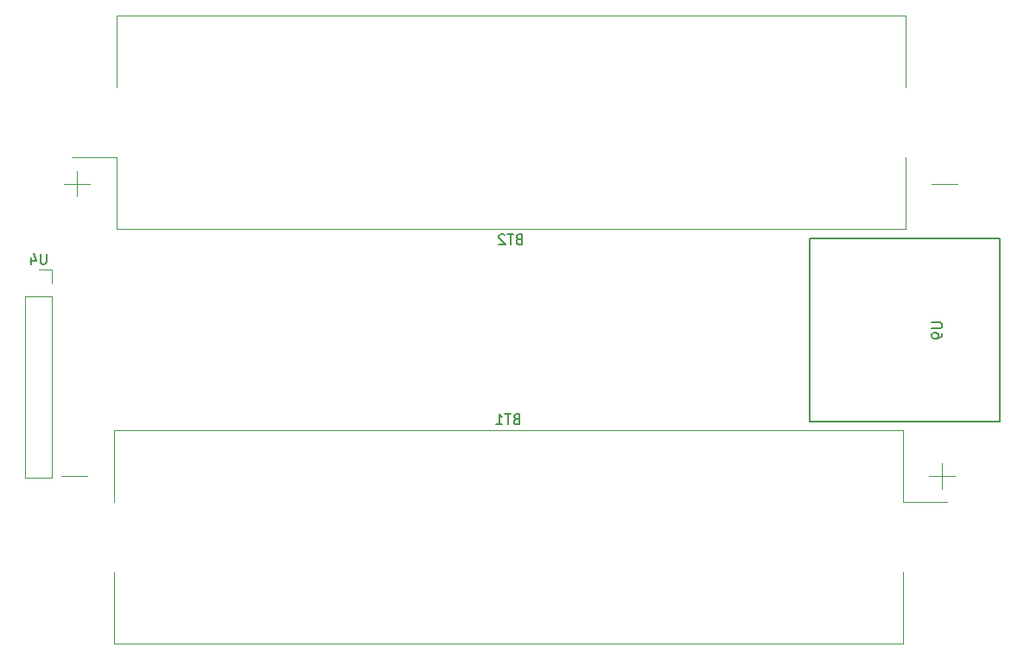
<source format=gbr>
G04 #@! TF.GenerationSoftware,KiCad,Pcbnew,(5.0.2)-1*
G04 #@! TF.CreationDate,2019-08-17T15:57:10+01:00*
G04 #@! TF.ProjectId,SoliCamb Rev 4 PCB,536f6c69-4361-46d6-9220-526576203420,rev?*
G04 #@! TF.SameCoordinates,Original*
G04 #@! TF.FileFunction,Legend,Bot*
G04 #@! TF.FilePolarity,Positive*
%FSLAX46Y46*%
G04 Gerber Fmt 4.6, Leading zero omitted, Abs format (unit mm)*
G04 Created by KiCad (PCBNEW (5.0.2)-1) date 8/17/2019 3:57:10 PM*
%MOMM*%
%LPD*%
G01*
G04 APERTURE LIST*
%ADD10C,0.120000*%
%ADD11C,0.150000*%
G04 APERTURE END LIST*
D10*
G04 #@! TO.C,BT2*
X68030000Y-90348000D02*
X68030000Y-92848000D01*
X66780000Y-91598000D02*
X69280000Y-91598000D01*
X154280000Y-91598000D02*
X151780000Y-91598000D01*
X149170000Y-89038000D02*
X149170000Y-96018000D01*
X149170000Y-96038000D02*
X71890000Y-96038000D01*
X71890000Y-96038000D02*
X71890000Y-89038000D01*
X149170000Y-82158000D02*
X149170000Y-75158000D01*
X149170000Y-75158000D02*
X71890000Y-75158000D01*
X71890000Y-75158000D02*
X71890000Y-82158000D01*
X71890000Y-89038000D02*
X67530000Y-89038000D01*
G04 #@! TO.C,BT1*
X148916000Y-122798000D02*
X153276000Y-122798000D01*
X148916000Y-136678000D02*
X148916000Y-129678000D01*
X71636000Y-136678000D02*
X148916000Y-136678000D01*
X71636000Y-129678000D02*
X71636000Y-136678000D01*
X148916000Y-115798000D02*
X148916000Y-122798000D01*
X71636000Y-115798000D02*
X148916000Y-115798000D01*
X71636000Y-122798000D02*
X71636000Y-115818000D01*
X66526000Y-120238000D02*
X69026000Y-120238000D01*
X154026000Y-120238000D02*
X151526000Y-120238000D01*
X152776000Y-121488000D02*
X152776000Y-118988000D01*
G04 #@! TO.C,U4*
X65592000Y-120456000D02*
X62932000Y-120456000D01*
X65592000Y-102616000D02*
X65592000Y-120456000D01*
X62932000Y-102616000D02*
X62932000Y-120456000D01*
X65592000Y-102616000D02*
X62932000Y-102616000D01*
X65592000Y-101346000D02*
X65592000Y-100016000D01*
X65592000Y-100016000D02*
X64262000Y-100016000D01*
D11*
G04 #@! TO.C,U9*
X139800000Y-105950000D02*
X139800000Y-96950000D01*
X139800000Y-96950000D02*
X139800000Y-114950000D01*
X139800000Y-114950000D02*
X158400000Y-114950000D01*
X158400000Y-114950000D02*
X158400000Y-96950000D01*
X158400000Y-96950000D02*
X139800000Y-96950000D01*
G04 #@! TO.C,BT2*
X111315714Y-97026571D02*
X111172857Y-97074190D01*
X111125238Y-97121809D01*
X111077619Y-97217047D01*
X111077619Y-97359904D01*
X111125238Y-97455142D01*
X111172857Y-97502761D01*
X111268095Y-97550380D01*
X111649047Y-97550380D01*
X111649047Y-96550380D01*
X111315714Y-96550380D01*
X111220476Y-96598000D01*
X111172857Y-96645619D01*
X111125238Y-96740857D01*
X111125238Y-96836095D01*
X111172857Y-96931333D01*
X111220476Y-96978952D01*
X111315714Y-97026571D01*
X111649047Y-97026571D01*
X110791904Y-96550380D02*
X110220476Y-96550380D01*
X110506190Y-97550380D02*
X110506190Y-96550380D01*
X109934761Y-96645619D02*
X109887142Y-96598000D01*
X109791904Y-96550380D01*
X109553809Y-96550380D01*
X109458571Y-96598000D01*
X109410952Y-96645619D01*
X109363333Y-96740857D01*
X109363333Y-96836095D01*
X109410952Y-96978952D01*
X109982380Y-97550380D01*
X109363333Y-97550380D01*
G04 #@! TO.C,BT1*
X111061714Y-114666571D02*
X110918857Y-114714190D01*
X110871238Y-114761809D01*
X110823619Y-114857047D01*
X110823619Y-114999904D01*
X110871238Y-115095142D01*
X110918857Y-115142761D01*
X111014095Y-115190380D01*
X111395047Y-115190380D01*
X111395047Y-114190380D01*
X111061714Y-114190380D01*
X110966476Y-114238000D01*
X110918857Y-114285619D01*
X110871238Y-114380857D01*
X110871238Y-114476095D01*
X110918857Y-114571333D01*
X110966476Y-114618952D01*
X111061714Y-114666571D01*
X111395047Y-114666571D01*
X110537904Y-114190380D02*
X109966476Y-114190380D01*
X110252190Y-115190380D02*
X110252190Y-114190380D01*
X109109333Y-115190380D02*
X109680761Y-115190380D01*
X109395047Y-115190380D02*
X109395047Y-114190380D01*
X109490285Y-114333238D01*
X109585523Y-114428476D01*
X109680761Y-114476095D01*
G04 #@! TO.C,U4*
X65023904Y-98468380D02*
X65023904Y-99277904D01*
X64976285Y-99373142D01*
X64928666Y-99420761D01*
X64833428Y-99468380D01*
X64642952Y-99468380D01*
X64547714Y-99420761D01*
X64500095Y-99373142D01*
X64452476Y-99277904D01*
X64452476Y-98468380D01*
X63547714Y-98801714D02*
X63547714Y-99468380D01*
X63785809Y-98420761D02*
X64023904Y-99135047D01*
X63404857Y-99135047D01*
G04 #@! TO.C,U9*
X151777380Y-105188095D02*
X152586904Y-105188095D01*
X152682142Y-105235714D01*
X152729761Y-105283333D01*
X152777380Y-105378571D01*
X152777380Y-105569047D01*
X152729761Y-105664285D01*
X152682142Y-105711904D01*
X152586904Y-105759523D01*
X151777380Y-105759523D01*
X152777380Y-106283333D02*
X152777380Y-106473809D01*
X152729761Y-106569047D01*
X152682142Y-106616666D01*
X152539285Y-106711904D01*
X152348809Y-106759523D01*
X151967857Y-106759523D01*
X151872619Y-106711904D01*
X151825000Y-106664285D01*
X151777380Y-106569047D01*
X151777380Y-106378571D01*
X151825000Y-106283333D01*
X151872619Y-106235714D01*
X151967857Y-106188095D01*
X152205952Y-106188095D01*
X152301190Y-106235714D01*
X152348809Y-106283333D01*
X152396428Y-106378571D01*
X152396428Y-106569047D01*
X152348809Y-106664285D01*
X152301190Y-106711904D01*
X152205952Y-106759523D01*
G04 #@! TD*
M02*

</source>
